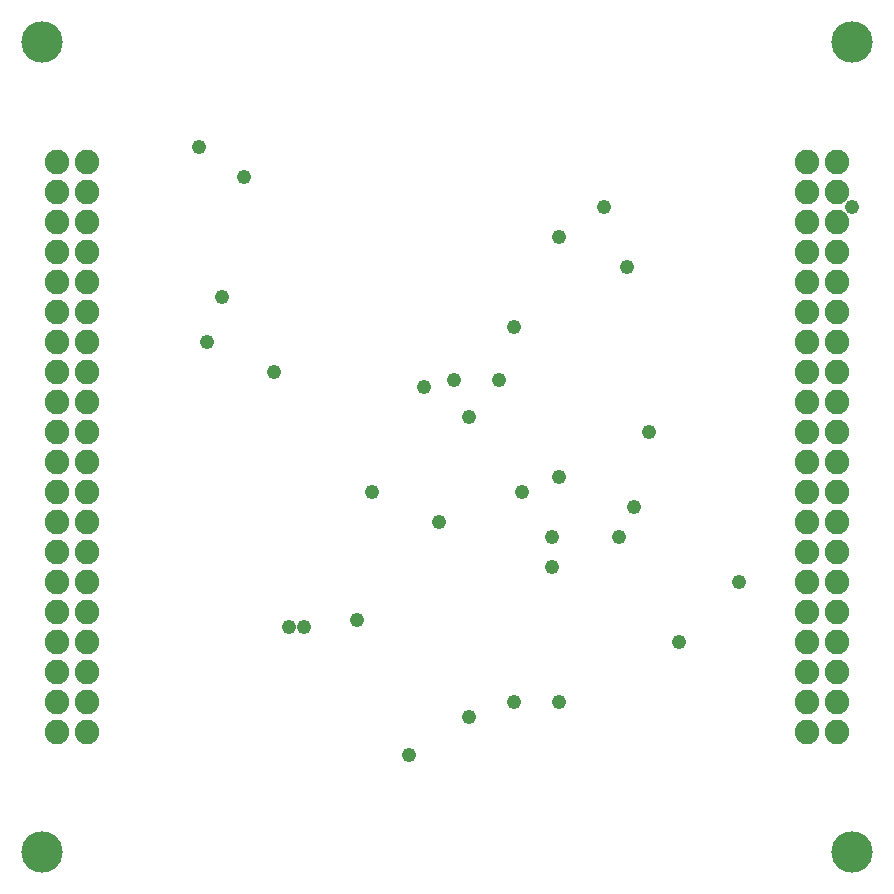
<source format=gbs>
G75*
%MOIN*%
%OFA0B0*%
%FSLAX25Y25*%
%IPPOS*%
%LPD*%
%AMOC8*
5,1,8,0,0,1.08239X$1,22.5*
%
%ADD10C,0.13800*%
%ADD11C,0.08200*%
%ADD12C,0.04800*%
D10*
X0498333Y0016000D03*
X0768333Y0016000D03*
X0768333Y0286000D03*
X0498333Y0286000D03*
D11*
X0503333Y0246000D03*
X0513333Y0246000D03*
X0513333Y0236000D03*
X0503333Y0236000D03*
X0503333Y0226000D03*
X0513333Y0226000D03*
X0513333Y0216000D03*
X0503333Y0216000D03*
X0503333Y0206000D03*
X0513333Y0206000D03*
X0513333Y0196000D03*
X0503333Y0196000D03*
X0503333Y0186000D03*
X0513333Y0186000D03*
X0513333Y0176000D03*
X0503333Y0176000D03*
X0503333Y0166000D03*
X0513333Y0166000D03*
X0513333Y0156000D03*
X0503333Y0156000D03*
X0503333Y0146000D03*
X0513333Y0146000D03*
X0513333Y0136000D03*
X0503333Y0136000D03*
X0503333Y0126000D03*
X0513333Y0126000D03*
X0513333Y0116000D03*
X0503333Y0116000D03*
X0503333Y0106000D03*
X0513333Y0106000D03*
X0513333Y0096000D03*
X0503333Y0096000D03*
X0503333Y0086000D03*
X0513333Y0086000D03*
X0513333Y0076000D03*
X0503333Y0076000D03*
X0503333Y0066000D03*
X0513333Y0066000D03*
X0513333Y0056000D03*
X0503333Y0056000D03*
X0753333Y0056000D03*
X0763333Y0056000D03*
X0763333Y0066000D03*
X0753333Y0066000D03*
X0753333Y0076000D03*
X0763333Y0076000D03*
X0763333Y0086000D03*
X0753333Y0086000D03*
X0753333Y0096000D03*
X0763333Y0096000D03*
X0763333Y0106000D03*
X0753333Y0106000D03*
X0753333Y0116000D03*
X0763333Y0116000D03*
X0763333Y0126000D03*
X0753333Y0126000D03*
X0753333Y0136000D03*
X0763333Y0136000D03*
X0763333Y0146000D03*
X0753333Y0146000D03*
X0753333Y0156000D03*
X0763333Y0156000D03*
X0763333Y0166000D03*
X0753333Y0166000D03*
X0753333Y0176000D03*
X0763333Y0176000D03*
X0763333Y0186000D03*
X0753333Y0186000D03*
X0753333Y0196000D03*
X0763333Y0196000D03*
X0763333Y0206000D03*
X0753333Y0206000D03*
X0753333Y0216000D03*
X0763333Y0216000D03*
X0763333Y0226000D03*
X0753333Y0226000D03*
X0753333Y0236000D03*
X0763333Y0236000D03*
X0763333Y0246000D03*
X0753333Y0246000D03*
D12*
X0768333Y0231000D03*
X0693333Y0211000D03*
X0670833Y0221000D03*
X0685833Y0231000D03*
X0655833Y0191000D03*
X0650833Y0173500D03*
X0635833Y0173500D03*
X0625833Y0171000D03*
X0640833Y0161000D03*
X0670833Y0141000D03*
X0658333Y0136000D03*
X0630833Y0126000D03*
X0608333Y0136000D03*
X0668333Y0121000D03*
X0690833Y0121000D03*
X0695833Y0131000D03*
X0668333Y0111000D03*
X0710833Y0086000D03*
X0730833Y0106000D03*
X0670833Y0066000D03*
X0655833Y0066000D03*
X0640833Y0061000D03*
X0620833Y0048500D03*
X0603333Y0093500D03*
X0585833Y0091000D03*
X0580833Y0091000D03*
X0700833Y0156000D03*
X0575833Y0176000D03*
X0553333Y0186000D03*
X0558333Y0201000D03*
X0565833Y0241000D03*
X0550833Y0251000D03*
M02*

</source>
